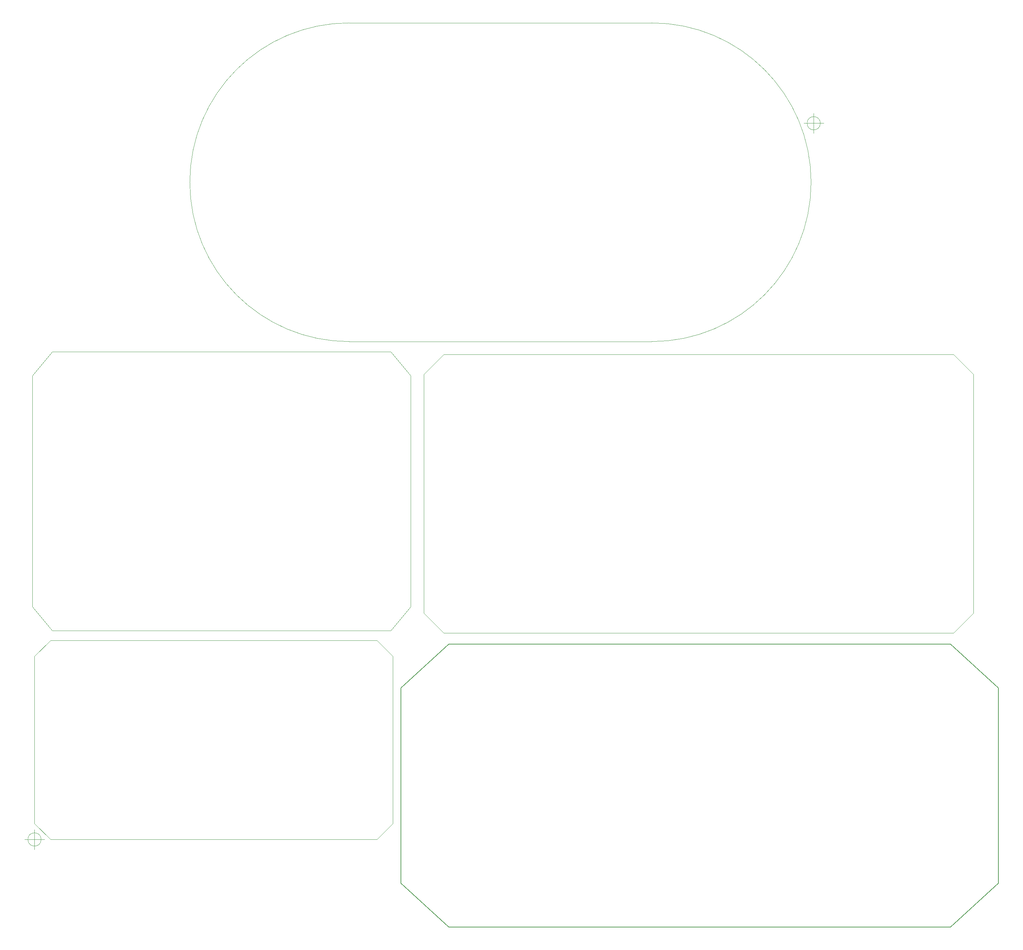
<source format=gm1>
G04 #@! TF.FileFunction,Profile,NP*
%FSLAX46Y46*%
G04 Gerber Fmt 4.6, Leading zero omitted, Abs format (unit mm)*
G04 Created by KiCad (PCBNEW 4.0.6) date 2017 August 14, Monday 14:56:33*
%MOMM*%
%LPD*%
G01*
G04 APERTURE LIST*
%ADD10C,0.100000*%
%ADD11C,0.150000*%
G04 APERTURE END LIST*
D10*
X104440000Y-14594000D02*
X19440000Y-14594000D01*
X109440000Y-20594000D02*
X104440000Y-14594000D01*
X109440000Y-78594000D02*
X109440000Y-20594000D01*
X104440000Y-84594000D02*
X109440000Y-78594000D01*
X19440000Y-84594000D02*
X104440000Y-84594000D01*
X19440000Y-84594000D02*
X14440000Y-78594000D01*
X14440000Y-20594000D02*
X14440000Y-78594000D01*
X14440000Y-20594000D02*
X19440000Y-14594000D01*
X250781000Y-80196000D02*
X245781000Y-85196000D01*
X245781000Y-15196000D02*
X250781000Y-20196000D01*
X117781000Y-85196000D02*
X112781000Y-80196000D01*
X112781000Y-20196000D02*
X112781000Y-80196000D01*
X117781000Y-15196000D02*
X112781000Y-20196000D01*
X245781000Y-85196000D02*
X117781000Y-85196000D01*
X250781000Y-20196000D02*
X250781000Y-80196000D01*
X117781000Y-15196000D02*
X245781000Y-15196000D01*
X16666666Y-137000000D02*
G75*
G03X16666666Y-137000000I-1666666J0D01*
G01*
X12500000Y-137000000D02*
X17500000Y-137000000D01*
X15000000Y-134500000D02*
X15000000Y-139500000D01*
X19000000Y-87000000D02*
X15000000Y-91000000D01*
X101000000Y-87000000D02*
X19000000Y-87000000D01*
X105000000Y-91000000D02*
X101000000Y-87000000D01*
X105000000Y-133000000D02*
X105000000Y-91000000D01*
X105000000Y-133000000D02*
X101000000Y-137000000D01*
X19000000Y-137000000D02*
X101000000Y-137000000D01*
X15000000Y-133000000D02*
X19000000Y-137000000D01*
X15000000Y-91000000D02*
X15000000Y-133000000D01*
D11*
X245000000Y-88000000D02*
X257000000Y-99000000D01*
X119000000Y-88000000D02*
X245000000Y-88000000D01*
X107000000Y-98996800D02*
X119000000Y-88000000D01*
X107000000Y-148000000D02*
X107000000Y-99000000D01*
X119000000Y-159000000D02*
X107000000Y-148000000D01*
X245000000Y-159000000D02*
X119000000Y-159000000D01*
X257000000Y-148000000D02*
X245000000Y-159000000D01*
X257000000Y-99000000D02*
X257000000Y-148000000D01*
D10*
X94000000Y-12000000D02*
X170000000Y-12000000D01*
X94000000Y68000000D02*
X170000000Y68000000D01*
X94000000Y-12000000D02*
G75*
G02X94000000Y68000000I0J40000000D01*
G01*
X170000000Y-12000000D02*
G75*
G03X170000000Y68000000I0J40000000D01*
G01*
X212326306Y42808400D02*
G75*
G03X212326306Y42808400I-1666666J0D01*
G01*
X208159640Y42808400D02*
X213159640Y42808400D01*
X210659640Y45308400D02*
X210659640Y40308400D01*
M02*

</source>
